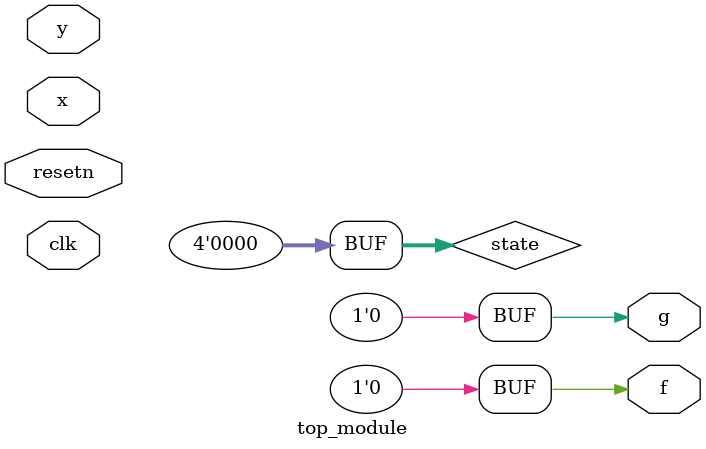
<source format=sv>
module top_module(
    input clk,
    input resetn,
    input x,
    input y,
    output f,
    output g
);

    // Define state enumeration
    typedef enum logic [3:0] {A, B, S0, S1, S10, G1, G2, P0, P1} state_t;
    
    // Declare state and next_state variables
    state_t state, next_state;
    
    // Declare f and g outputs
    reg f, g;
    
    // Assign initial state
    assign state = A;
    
    // Sequential logic
    always @(posedge clk or negedge resetn) begin
        if (!resetn) begin
            state <= A;
        end else begin
            state <= next_state;
        end
    end
    
    // Combinational logic
    always @* begin
        // Default assignments
        f = 0;
        g = 0;
        
        case(state)
            A: begin
                next_state = B;
            end
            B: begin
                next_state = S0;
            end
            S0: begin
                if (x == 1) begin
                    next_state = S1;
                end else begin
                    next_state = S0;
                end
            end
            S1: begin
                if (x == 1) begin
                    next_state = S1;
                end else begin
                    next_state = S10;
                end
            end
            S10: begin
                if (x == 1) begin
                    next_state = G1;
                end else begin
                    next_state = S0;
                end
            end
            G1: begin
                if (y == 1) begin
                    next_state = P1;
                end else begin
                    next_state = G2;
                end
            end
            G2: begin
                if (y == 1) begin
                    next_state = P1;
                end else begin
                    next_state = P0;
                end
            end
            P0: begin
                next_state = P0;
            end
            P1: begin
                next_state = P1;
            end
            default: begin
                next_state = A;
            end
        endcase
    end
    
    // Output assignments
    assign f = (state == B);
    assign g = (state == G1 || state == G2 || state == P1);
    
endmodule

</source>
